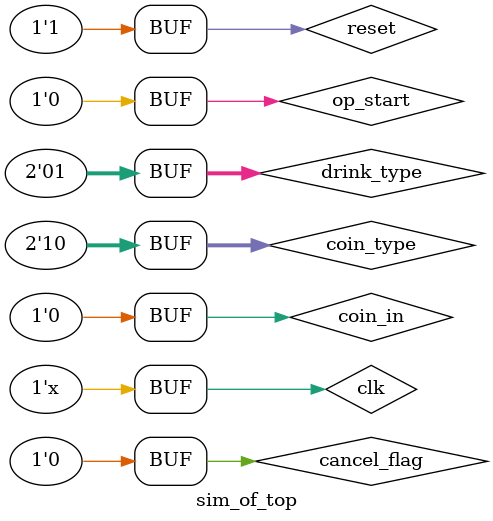
<source format=v>
`timescale 1ns / 1ps
module sim_of_top;
    reg[1:0] coin_type;
    reg[1:0] drink_type;
    reg coin_in,reset,op_start,clk,cancel_flag;
    wire [4:0] coin_val,charge_val;
    wire coin_float,charge_float;
    wire clk_N;
    wire hold_ind,charge_ind,open,no_money,can_take;
    wire [1:0] drinktk_ind;
    wire [7:0] LED0,LED1,LED2,LED3,LED4,LED5,LED6;
    wire [3:0] moore_state;
    wire over_flow;
    wire [7:0] AN;
    wire [7:0] SEG;
    wire [4:0] num1;
    wire [4:0] num2;
    wire no_num;
    top mytop1(reset, clk_N, coin_type, coin_in, cancel_flag, drink_type, op_start,
    open, hold_ind, coin_val, drinktk_ind, charge_ind, no_money, charge_val, charge_float, coin_float,can_take,clk,LED0,LED1,LED2,LED3,LED4
      , LED5,LED6 ,moore_state,over_flow,AN,SEG,go,num1,num2,no_num);
    always #5 clk = ~clk;
    initial begin
        clk=0;
        reset=0;
        op_start=0;
        coin_in=0;
        cancel_flag=0;
        drink_type=2'b01;
        coin_type=2'b01;
        #5 reset=1;
        #40 coin_in=1;//Á¬ÐøÍ¶±Ò3´Î£¬´ËÊ±ÓÐ3Ôª
        #40 coin_in=0;
        #40 coin_in=1;
        #40 coin_in=0;
        #40 coin_in=1;
        #40 coin_in=0;
        #40 op_start=1;//Âò2.5ÔªµÄÒûÁÏ£¬Óà¶î0.5Ôª¡£2.5ÔªÒûÁÏÊ£4Æ¿
        #40 op_start=0;
        #40 coin_type=2'b10;
        #40 coin_in=1;//Í¶±Ò10Ôª£¬Óà¶î10.5Ôª
        #40 coin_in=0;
        #40 drink_type=2'b10;
        #40 op_start=1;//Âò5ÔªÒûÁÏ£¬Óà¶î5.5Ôª¡£5ÔªÒûÁÏÊ£4Æ¿
        #40 op_start=0;
        #40 drink_type=2'b01;
        #40 op_start=1;//Âò2.5ÔªÒûÁÏ,Óà¶î3Ôª¡£2.5ÔªÊ£3Æ¿
        #40 op_start=0;
        #40 drink_type=2'b10; 
        #40 op_start=1;//Âò5ÔªÒûÁÏ£¬Óà¶î²»×ã
        #40 op_start=0;
        #40 reset=0;
        #40 reset=1;//ÖØÆô
        #40 coin_in=1;//Á¬ÐøÍ¶±Ò1´Î£¬´ËÊ±ÓÐ10Ôª
        #40 coin_in=0;
        #40 coin_in=1;//Á¬ÐøÍ¶±Ò£¬´¥·¢Òç³ö£¬´ËÊ±»¹ÊÇ10Ôª
        #40 coin_in=0;
        #40 drink_type=2'b01;
        #40 op_start=1;//Âò2.5ÔªµÄÒûÁÏ£¬Óà¶î7.5Ôª¡£2.5ÔªÊ£2Æ¿
        #40 op_start=0;
        #40 op_start=1;//Âò2.5ÔªÒûÁÏ£¬Óà¶î5Ôª¡£2.5ÔªÊ£1Æ¿
        #40 op_start=0;
        #40 op_start=1;//Âò2.5ÔªÒûÁÏ£¬Óà¶î2.5Ôª¡£2.ÔªÊ£0Æ¿
        #40 op_start=0;
        #40 op_start=1;//ÔÙÂò2.5ÒÑ¾­ÊÛóÀ£¬²»¿ÛÇ®
        #40 op_start=0;
        #40 cancel_flag=1;//ÕÒÁã
        #40 cancel_flag=0;
    end
endmodule

</source>
